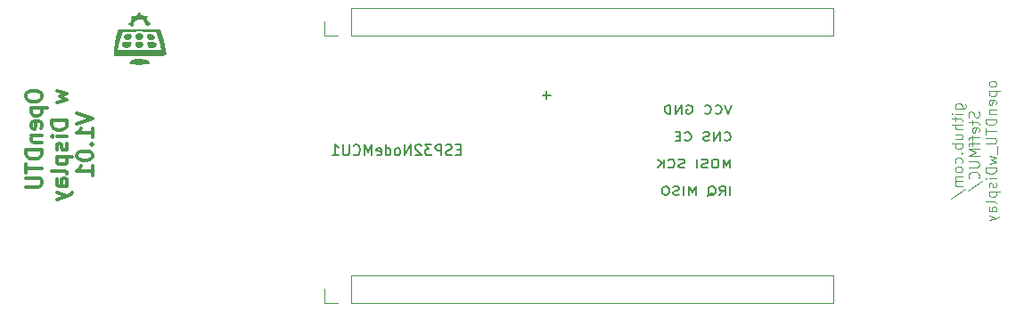
<source format=gbr>
%TF.GenerationSoftware,KiCad,Pcbnew,(6.0.1)*%
%TF.CreationDate,2023-03-10T13:51:45+01:00*%
%TF.ProjectId,openDTU_wDisplay,6f70656e-4454-4555-9f77-446973706c61,rev?*%
%TF.SameCoordinates,Original*%
%TF.FileFunction,Legend,Bot*%
%TF.FilePolarity,Positive*%
%FSLAX46Y46*%
G04 Gerber Fmt 4.6, Leading zero omitted, Abs format (unit mm)*
G04 Created by KiCad (PCBNEW (6.0.1)) date 2023-03-10 13:51:45*
%MOMM*%
%LPD*%
G01*
G04 APERTURE LIST*
%ADD10C,0.150000*%
%ADD11C,0.300000*%
%ADD12C,0.100000*%
%ADD13C,0.120000*%
G04 APERTURE END LIST*
D10*
X140335047Y-79573428D02*
X141096952Y-79573428D01*
X140716000Y-79954380D02*
X140716000Y-79192476D01*
D11*
X91251571Y-79506571D02*
X91251571Y-79792285D01*
X91323000Y-79935142D01*
X91465857Y-80078000D01*
X91751571Y-80149428D01*
X92251571Y-80149428D01*
X92537285Y-80078000D01*
X92680142Y-79935142D01*
X92751571Y-79792285D01*
X92751571Y-79506571D01*
X92680142Y-79363714D01*
X92537285Y-79220857D01*
X92251571Y-79149428D01*
X91751571Y-79149428D01*
X91465857Y-79220857D01*
X91323000Y-79363714D01*
X91251571Y-79506571D01*
X91751571Y-80792285D02*
X93251571Y-80792285D01*
X91823000Y-80792285D02*
X91751571Y-80935142D01*
X91751571Y-81220857D01*
X91823000Y-81363714D01*
X91894428Y-81435142D01*
X92037285Y-81506571D01*
X92465857Y-81506571D01*
X92608714Y-81435142D01*
X92680142Y-81363714D01*
X92751571Y-81220857D01*
X92751571Y-80935142D01*
X92680142Y-80792285D01*
X92680142Y-82720857D02*
X92751571Y-82578000D01*
X92751571Y-82292285D01*
X92680142Y-82149428D01*
X92537285Y-82078000D01*
X91965857Y-82078000D01*
X91823000Y-82149428D01*
X91751571Y-82292285D01*
X91751571Y-82578000D01*
X91823000Y-82720857D01*
X91965857Y-82792285D01*
X92108714Y-82792285D01*
X92251571Y-82078000D01*
X91751571Y-83435142D02*
X92751571Y-83435142D01*
X91894428Y-83435142D02*
X91823000Y-83506571D01*
X91751571Y-83649428D01*
X91751571Y-83863714D01*
X91823000Y-84006571D01*
X91965857Y-84078000D01*
X92751571Y-84078000D01*
X92751571Y-84792285D02*
X91251571Y-84792285D01*
X91251571Y-85149428D01*
X91323000Y-85363714D01*
X91465857Y-85506571D01*
X91608714Y-85578000D01*
X91894428Y-85649428D01*
X92108714Y-85649428D01*
X92394428Y-85578000D01*
X92537285Y-85506571D01*
X92680142Y-85363714D01*
X92751571Y-85149428D01*
X92751571Y-84792285D01*
X91251571Y-86078000D02*
X91251571Y-86935142D01*
X92751571Y-86506571D02*
X91251571Y-86506571D01*
X91251571Y-87435142D02*
X92465857Y-87435142D01*
X92608714Y-87506571D01*
X92680142Y-87578000D01*
X92751571Y-87720857D01*
X92751571Y-88006571D01*
X92680142Y-88149428D01*
X92608714Y-88220857D01*
X92465857Y-88292285D01*
X91251571Y-88292285D01*
X94166571Y-79149428D02*
X95166571Y-79435142D01*
X94452285Y-79720857D01*
X95166571Y-80006571D01*
X94166571Y-80292285D01*
X95166571Y-82006571D02*
X93666571Y-82006571D01*
X93666571Y-82363714D01*
X93738000Y-82578000D01*
X93880857Y-82720857D01*
X94023714Y-82792285D01*
X94309428Y-82863714D01*
X94523714Y-82863714D01*
X94809428Y-82792285D01*
X94952285Y-82720857D01*
X95095142Y-82578000D01*
X95166571Y-82363714D01*
X95166571Y-82006571D01*
X95166571Y-83506571D02*
X94166571Y-83506571D01*
X93666571Y-83506571D02*
X93738000Y-83435142D01*
X93809428Y-83506571D01*
X93738000Y-83578000D01*
X93666571Y-83506571D01*
X93809428Y-83506571D01*
X95095142Y-84149428D02*
X95166571Y-84292285D01*
X95166571Y-84578000D01*
X95095142Y-84720857D01*
X94952285Y-84792285D01*
X94880857Y-84792285D01*
X94738000Y-84720857D01*
X94666571Y-84578000D01*
X94666571Y-84363714D01*
X94595142Y-84220857D01*
X94452285Y-84149428D01*
X94380857Y-84149428D01*
X94238000Y-84220857D01*
X94166571Y-84363714D01*
X94166571Y-84578000D01*
X94238000Y-84720857D01*
X94166571Y-85435142D02*
X95666571Y-85435142D01*
X94238000Y-85435142D02*
X94166571Y-85578000D01*
X94166571Y-85863714D01*
X94238000Y-86006571D01*
X94309428Y-86078000D01*
X94452285Y-86149428D01*
X94880857Y-86149428D01*
X95023714Y-86078000D01*
X95095142Y-86006571D01*
X95166571Y-85863714D01*
X95166571Y-85578000D01*
X95095142Y-85435142D01*
X95166571Y-87006571D02*
X95095142Y-86863714D01*
X94952285Y-86792285D01*
X93666571Y-86792285D01*
X95166571Y-88220857D02*
X94380857Y-88220857D01*
X94238000Y-88149428D01*
X94166571Y-88006571D01*
X94166571Y-87720857D01*
X94238000Y-87578000D01*
X95095142Y-88220857D02*
X95166571Y-88078000D01*
X95166571Y-87720857D01*
X95095142Y-87578000D01*
X94952285Y-87506571D01*
X94809428Y-87506571D01*
X94666571Y-87578000D01*
X94595142Y-87720857D01*
X94595142Y-88078000D01*
X94523714Y-88220857D01*
X94166571Y-88792285D02*
X95166571Y-89149428D01*
X94166571Y-89506571D02*
X95166571Y-89149428D01*
X95523714Y-89006571D01*
X95595142Y-88935142D01*
X95666571Y-88792285D01*
X96081571Y-81328000D02*
X97581571Y-81828000D01*
X96081571Y-82328000D01*
X97581571Y-83613714D02*
X97581571Y-82756571D01*
X97581571Y-83185142D02*
X96081571Y-83185142D01*
X96295857Y-83042285D01*
X96438714Y-82899428D01*
X96510142Y-82756571D01*
X97438714Y-84256571D02*
X97510142Y-84328000D01*
X97581571Y-84256571D01*
X97510142Y-84185142D01*
X97438714Y-84256571D01*
X97581571Y-84256571D01*
X96081571Y-85256571D02*
X96081571Y-85399428D01*
X96153000Y-85542285D01*
X96224428Y-85613714D01*
X96367285Y-85685142D01*
X96653000Y-85756571D01*
X97010142Y-85756571D01*
X97295857Y-85685142D01*
X97438714Y-85613714D01*
X97510142Y-85542285D01*
X97581571Y-85399428D01*
X97581571Y-85256571D01*
X97510142Y-85113714D01*
X97438714Y-85042285D01*
X97295857Y-84970857D01*
X97010142Y-84899428D01*
X96653000Y-84899428D01*
X96367285Y-84970857D01*
X96224428Y-85042285D01*
X96153000Y-85113714D01*
X96081571Y-85256571D01*
X97581571Y-87185142D02*
X97581571Y-86328000D01*
X97581571Y-86756571D02*
X96081571Y-86756571D01*
X96295857Y-86613714D01*
X96438714Y-86470857D01*
X96510142Y-86328000D01*
D10*
X158303261Y-80533904D02*
X157969928Y-81333904D01*
X157636595Y-80533904D01*
X156731833Y-81257714D02*
X156779452Y-81295809D01*
X156922309Y-81333904D01*
X157017547Y-81333904D01*
X157160404Y-81295809D01*
X157255642Y-81219619D01*
X157303261Y-81143428D01*
X157350880Y-80991047D01*
X157350880Y-80876761D01*
X157303261Y-80724380D01*
X157255642Y-80648190D01*
X157160404Y-80572000D01*
X157017547Y-80533904D01*
X156922309Y-80533904D01*
X156779452Y-80572000D01*
X156731833Y-80610095D01*
X155731833Y-81257714D02*
X155779452Y-81295809D01*
X155922309Y-81333904D01*
X156017547Y-81333904D01*
X156160404Y-81295809D01*
X156255642Y-81219619D01*
X156303261Y-81143428D01*
X156350880Y-80991047D01*
X156350880Y-80876761D01*
X156303261Y-80724380D01*
X156255642Y-80648190D01*
X156160404Y-80572000D01*
X156017547Y-80533904D01*
X155922309Y-80533904D01*
X155779452Y-80572000D01*
X155731833Y-80610095D01*
X154017547Y-80572000D02*
X154112785Y-80533904D01*
X154255642Y-80533904D01*
X154398500Y-80572000D01*
X154493738Y-80648190D01*
X154541357Y-80724380D01*
X154588976Y-80876761D01*
X154588976Y-80991047D01*
X154541357Y-81143428D01*
X154493738Y-81219619D01*
X154398500Y-81295809D01*
X154255642Y-81333904D01*
X154160404Y-81333904D01*
X154017547Y-81295809D01*
X153969928Y-81257714D01*
X153969928Y-80991047D01*
X154160404Y-80991047D01*
X153541357Y-81333904D02*
X153541357Y-80533904D01*
X152969928Y-81333904D01*
X152969928Y-80533904D01*
X152493738Y-81333904D02*
X152493738Y-80533904D01*
X152255642Y-80533904D01*
X152112785Y-80572000D01*
X152017547Y-80648190D01*
X151969928Y-80724380D01*
X151922309Y-80876761D01*
X151922309Y-80991047D01*
X151969928Y-81143428D01*
X152017547Y-81219619D01*
X152112785Y-81295809D01*
X152255642Y-81333904D01*
X152493738Y-81333904D01*
X157588976Y-83833714D02*
X157636595Y-83871809D01*
X157779452Y-83909904D01*
X157874690Y-83909904D01*
X158017547Y-83871809D01*
X158112785Y-83795619D01*
X158160404Y-83719428D01*
X158208023Y-83567047D01*
X158208023Y-83452761D01*
X158160404Y-83300380D01*
X158112785Y-83224190D01*
X158017547Y-83148000D01*
X157874690Y-83109904D01*
X157779452Y-83109904D01*
X157636595Y-83148000D01*
X157588976Y-83186095D01*
X157160404Y-83909904D02*
X157160404Y-83109904D01*
X156588976Y-83909904D01*
X156588976Y-83109904D01*
X156160404Y-83871809D02*
X156017547Y-83909904D01*
X155779452Y-83909904D01*
X155684214Y-83871809D01*
X155636595Y-83833714D01*
X155588976Y-83757523D01*
X155588976Y-83681333D01*
X155636595Y-83605142D01*
X155684214Y-83567047D01*
X155779452Y-83528952D01*
X155969928Y-83490857D01*
X156065166Y-83452761D01*
X156112785Y-83414666D01*
X156160404Y-83338476D01*
X156160404Y-83262285D01*
X156112785Y-83186095D01*
X156065166Y-83148000D01*
X155969928Y-83109904D01*
X155731833Y-83109904D01*
X155588976Y-83148000D01*
X153827071Y-83833714D02*
X153874690Y-83871809D01*
X154017547Y-83909904D01*
X154112785Y-83909904D01*
X154255642Y-83871809D01*
X154350880Y-83795619D01*
X154398500Y-83719428D01*
X154446119Y-83567047D01*
X154446119Y-83452761D01*
X154398500Y-83300380D01*
X154350880Y-83224190D01*
X154255642Y-83148000D01*
X154112785Y-83109904D01*
X154017547Y-83109904D01*
X153874690Y-83148000D01*
X153827071Y-83186095D01*
X153398500Y-83490857D02*
X153065166Y-83490857D01*
X152922309Y-83909904D02*
X153398500Y-83909904D01*
X153398500Y-83109904D01*
X152922309Y-83109904D01*
X158160404Y-86485904D02*
X158160404Y-85685904D01*
X157827071Y-86257333D01*
X157493738Y-85685904D01*
X157493738Y-86485904D01*
X156827071Y-85685904D02*
X156636595Y-85685904D01*
X156541357Y-85724000D01*
X156446119Y-85800190D01*
X156398500Y-85952571D01*
X156398500Y-86219238D01*
X156446119Y-86371619D01*
X156541357Y-86447809D01*
X156636595Y-86485904D01*
X156827071Y-86485904D01*
X156922309Y-86447809D01*
X157017547Y-86371619D01*
X157065166Y-86219238D01*
X157065166Y-85952571D01*
X157017547Y-85800190D01*
X156922309Y-85724000D01*
X156827071Y-85685904D01*
X156017547Y-86447809D02*
X155874690Y-86485904D01*
X155636595Y-86485904D01*
X155541357Y-86447809D01*
X155493738Y-86409714D01*
X155446119Y-86333523D01*
X155446119Y-86257333D01*
X155493738Y-86181142D01*
X155541357Y-86143047D01*
X155636595Y-86104952D01*
X155827071Y-86066857D01*
X155922309Y-86028761D01*
X155969928Y-85990666D01*
X156017547Y-85914476D01*
X156017547Y-85838285D01*
X155969928Y-85762095D01*
X155922309Y-85724000D01*
X155827071Y-85685904D01*
X155588976Y-85685904D01*
X155446119Y-85724000D01*
X155017547Y-86485904D02*
X155017547Y-85685904D01*
X153827071Y-86447809D02*
X153684214Y-86485904D01*
X153446119Y-86485904D01*
X153350880Y-86447809D01*
X153303261Y-86409714D01*
X153255642Y-86333523D01*
X153255642Y-86257333D01*
X153303261Y-86181142D01*
X153350880Y-86143047D01*
X153446119Y-86104952D01*
X153636595Y-86066857D01*
X153731833Y-86028761D01*
X153779452Y-85990666D01*
X153827071Y-85914476D01*
X153827071Y-85838285D01*
X153779452Y-85762095D01*
X153731833Y-85724000D01*
X153636595Y-85685904D01*
X153398500Y-85685904D01*
X153255642Y-85724000D01*
X152255642Y-86409714D02*
X152303261Y-86447809D01*
X152446119Y-86485904D01*
X152541357Y-86485904D01*
X152684214Y-86447809D01*
X152779452Y-86371619D01*
X152827071Y-86295428D01*
X152874690Y-86143047D01*
X152874690Y-86028761D01*
X152827071Y-85876380D01*
X152779452Y-85800190D01*
X152684214Y-85724000D01*
X152541357Y-85685904D01*
X152446119Y-85685904D01*
X152303261Y-85724000D01*
X152255642Y-85762095D01*
X151827071Y-86485904D02*
X151827071Y-85685904D01*
X151255642Y-86485904D02*
X151684214Y-86028761D01*
X151255642Y-85685904D02*
X151827071Y-86143047D01*
X158160404Y-89061904D02*
X158160404Y-88261904D01*
X157112785Y-89061904D02*
X157446119Y-88680952D01*
X157684214Y-89061904D02*
X157684214Y-88261904D01*
X157303261Y-88261904D01*
X157208023Y-88300000D01*
X157160404Y-88338095D01*
X157112785Y-88414285D01*
X157112785Y-88528571D01*
X157160404Y-88604761D01*
X157208023Y-88642857D01*
X157303261Y-88680952D01*
X157684214Y-88680952D01*
X156017547Y-89138095D02*
X156112785Y-89100000D01*
X156208023Y-89023809D01*
X156350880Y-88909523D01*
X156446119Y-88871428D01*
X156541357Y-88871428D01*
X156493738Y-89061904D02*
X156588976Y-89023809D01*
X156684214Y-88947619D01*
X156731833Y-88795238D01*
X156731833Y-88528571D01*
X156684214Y-88376190D01*
X156588976Y-88300000D01*
X156493738Y-88261904D01*
X156303261Y-88261904D01*
X156208023Y-88300000D01*
X156112785Y-88376190D01*
X156065166Y-88528571D01*
X156065166Y-88795238D01*
X156112785Y-88947619D01*
X156208023Y-89023809D01*
X156303261Y-89061904D01*
X156493738Y-89061904D01*
X154874690Y-89061904D02*
X154874690Y-88261904D01*
X154541357Y-88833333D01*
X154208023Y-88261904D01*
X154208023Y-89061904D01*
X153731833Y-89061904D02*
X153731833Y-88261904D01*
X153303261Y-89023809D02*
X153160404Y-89061904D01*
X152922309Y-89061904D01*
X152827071Y-89023809D01*
X152779452Y-88985714D01*
X152731833Y-88909523D01*
X152731833Y-88833333D01*
X152779452Y-88757142D01*
X152827071Y-88719047D01*
X152922309Y-88680952D01*
X153112785Y-88642857D01*
X153208023Y-88604761D01*
X153255642Y-88566666D01*
X153303261Y-88490476D01*
X153303261Y-88414285D01*
X153255642Y-88338095D01*
X153208023Y-88300000D01*
X153112785Y-88261904D01*
X152874690Y-88261904D01*
X152731833Y-88300000D01*
X152112785Y-88261904D02*
X151922309Y-88261904D01*
X151827071Y-88300000D01*
X151731833Y-88376190D01*
X151684214Y-88528571D01*
X151684214Y-88795238D01*
X151731833Y-88947619D01*
X151827071Y-89023809D01*
X151922309Y-89061904D01*
X152112785Y-89061904D01*
X152208023Y-89023809D01*
X152303261Y-88947619D01*
X152350880Y-88795238D01*
X152350880Y-88528571D01*
X152303261Y-88376190D01*
X152208023Y-88300000D01*
X152112785Y-88261904D01*
D12*
X179531714Y-80859809D02*
X180341238Y-80859809D01*
X180436476Y-80812190D01*
X180484095Y-80764571D01*
X180531714Y-80669333D01*
X180531714Y-80526476D01*
X180484095Y-80431238D01*
X180150761Y-80859809D02*
X180198380Y-80764571D01*
X180198380Y-80574095D01*
X180150761Y-80478857D01*
X180103142Y-80431238D01*
X180007904Y-80383619D01*
X179722190Y-80383619D01*
X179626952Y-80431238D01*
X179579333Y-80478857D01*
X179531714Y-80574095D01*
X179531714Y-80764571D01*
X179579333Y-80859809D01*
X180198380Y-81336000D02*
X179531714Y-81336000D01*
X179198380Y-81336000D02*
X179246000Y-81288380D01*
X179293619Y-81336000D01*
X179246000Y-81383619D01*
X179198380Y-81336000D01*
X179293619Y-81336000D01*
X179531714Y-81669333D02*
X179531714Y-82050285D01*
X179198380Y-81812190D02*
X180055523Y-81812190D01*
X180150761Y-81859809D01*
X180198380Y-81955047D01*
X180198380Y-82050285D01*
X180198380Y-82383619D02*
X179198380Y-82383619D01*
X180198380Y-82812190D02*
X179674571Y-82812190D01*
X179579333Y-82764571D01*
X179531714Y-82669333D01*
X179531714Y-82526476D01*
X179579333Y-82431238D01*
X179626952Y-82383619D01*
X179531714Y-83716952D02*
X180198380Y-83716952D01*
X179531714Y-83288380D02*
X180055523Y-83288380D01*
X180150761Y-83336000D01*
X180198380Y-83431238D01*
X180198380Y-83574095D01*
X180150761Y-83669333D01*
X180103142Y-83716952D01*
X180198380Y-84193142D02*
X179198380Y-84193142D01*
X179579333Y-84193142D02*
X179531714Y-84288380D01*
X179531714Y-84478857D01*
X179579333Y-84574095D01*
X179626952Y-84621714D01*
X179722190Y-84669333D01*
X180007904Y-84669333D01*
X180103142Y-84621714D01*
X180150761Y-84574095D01*
X180198380Y-84478857D01*
X180198380Y-84288380D01*
X180150761Y-84193142D01*
X180103142Y-85097904D02*
X180150761Y-85145523D01*
X180198380Y-85097904D01*
X180150761Y-85050285D01*
X180103142Y-85097904D01*
X180198380Y-85097904D01*
X180150761Y-86002666D02*
X180198380Y-85907428D01*
X180198380Y-85716952D01*
X180150761Y-85621714D01*
X180103142Y-85574095D01*
X180007904Y-85526476D01*
X179722190Y-85526476D01*
X179626952Y-85574095D01*
X179579333Y-85621714D01*
X179531714Y-85716952D01*
X179531714Y-85907428D01*
X179579333Y-86002666D01*
X180198380Y-86574095D02*
X180150761Y-86478857D01*
X180103142Y-86431238D01*
X180007904Y-86383619D01*
X179722190Y-86383619D01*
X179626952Y-86431238D01*
X179579333Y-86478857D01*
X179531714Y-86574095D01*
X179531714Y-86716952D01*
X179579333Y-86812190D01*
X179626952Y-86859809D01*
X179722190Y-86907428D01*
X180007904Y-86907428D01*
X180103142Y-86859809D01*
X180150761Y-86812190D01*
X180198380Y-86716952D01*
X180198380Y-86574095D01*
X180198380Y-87336000D02*
X179531714Y-87336000D01*
X179626952Y-87336000D02*
X179579333Y-87383619D01*
X179531714Y-87478857D01*
X179531714Y-87621714D01*
X179579333Y-87716952D01*
X179674571Y-87764571D01*
X180198380Y-87764571D01*
X179674571Y-87764571D02*
X179579333Y-87812190D01*
X179531714Y-87907428D01*
X179531714Y-88050285D01*
X179579333Y-88145523D01*
X179674571Y-88193142D01*
X180198380Y-88193142D01*
X179150761Y-89383619D02*
X180436476Y-88526476D01*
X181760761Y-81145523D02*
X181808380Y-81288380D01*
X181808380Y-81526476D01*
X181760761Y-81621714D01*
X181713142Y-81669333D01*
X181617904Y-81716952D01*
X181522666Y-81716952D01*
X181427428Y-81669333D01*
X181379809Y-81621714D01*
X181332190Y-81526476D01*
X181284571Y-81336000D01*
X181236952Y-81240761D01*
X181189333Y-81193142D01*
X181094095Y-81145523D01*
X180998857Y-81145523D01*
X180903619Y-81193142D01*
X180856000Y-81240761D01*
X180808380Y-81336000D01*
X180808380Y-81574095D01*
X180856000Y-81716952D01*
X181141714Y-82002666D02*
X181141714Y-82383619D01*
X180808380Y-82145523D02*
X181665523Y-82145523D01*
X181760761Y-82193142D01*
X181808380Y-82288380D01*
X181808380Y-82383619D01*
X181760761Y-83097904D02*
X181808380Y-83002666D01*
X181808380Y-82812190D01*
X181760761Y-82716952D01*
X181665523Y-82669333D01*
X181284571Y-82669333D01*
X181189333Y-82716952D01*
X181141714Y-82812190D01*
X181141714Y-83002666D01*
X181189333Y-83097904D01*
X181284571Y-83145523D01*
X181379809Y-83145523D01*
X181475047Y-82669333D01*
X181141714Y-83431238D02*
X181141714Y-83812190D01*
X181808380Y-83574095D02*
X180951238Y-83574095D01*
X180856000Y-83621714D01*
X180808380Y-83716952D01*
X180808380Y-83812190D01*
X181141714Y-84002666D02*
X181141714Y-84383619D01*
X181808380Y-84145523D02*
X180951238Y-84145523D01*
X180856000Y-84193142D01*
X180808380Y-84288380D01*
X180808380Y-84383619D01*
X181808380Y-84716952D02*
X180808380Y-84716952D01*
X181522666Y-85050285D01*
X180808380Y-85383619D01*
X181808380Y-85383619D01*
X180808380Y-85859809D02*
X181617904Y-85859809D01*
X181713142Y-85907428D01*
X181760761Y-85955047D01*
X181808380Y-86050285D01*
X181808380Y-86240761D01*
X181760761Y-86336000D01*
X181713142Y-86383619D01*
X181617904Y-86431238D01*
X180808380Y-86431238D01*
X181713142Y-87478857D02*
X181760761Y-87431238D01*
X181808380Y-87288380D01*
X181808380Y-87193142D01*
X181760761Y-87050285D01*
X181665523Y-86955047D01*
X181570285Y-86907428D01*
X181379809Y-86859809D01*
X181236952Y-86859809D01*
X181046476Y-86907428D01*
X180951238Y-86955047D01*
X180856000Y-87050285D01*
X180808380Y-87193142D01*
X180808380Y-87288380D01*
X180856000Y-87431238D01*
X180903619Y-87478857D01*
X180760761Y-88621714D02*
X182046476Y-87764571D01*
X183418380Y-78431238D02*
X183370761Y-78336000D01*
X183323142Y-78288380D01*
X183227904Y-78240761D01*
X182942190Y-78240761D01*
X182846952Y-78288380D01*
X182799333Y-78336000D01*
X182751714Y-78431238D01*
X182751714Y-78574095D01*
X182799333Y-78669333D01*
X182846952Y-78716952D01*
X182942190Y-78764571D01*
X183227904Y-78764571D01*
X183323142Y-78716952D01*
X183370761Y-78669333D01*
X183418380Y-78574095D01*
X183418380Y-78431238D01*
X182751714Y-79193142D02*
X183751714Y-79193142D01*
X182799333Y-79193142D02*
X182751714Y-79288380D01*
X182751714Y-79478857D01*
X182799333Y-79574095D01*
X182846952Y-79621714D01*
X182942190Y-79669333D01*
X183227904Y-79669333D01*
X183323142Y-79621714D01*
X183370761Y-79574095D01*
X183418380Y-79478857D01*
X183418380Y-79288380D01*
X183370761Y-79193142D01*
X183370761Y-80478857D02*
X183418380Y-80383619D01*
X183418380Y-80193142D01*
X183370761Y-80097904D01*
X183275523Y-80050285D01*
X182894571Y-80050285D01*
X182799333Y-80097904D01*
X182751714Y-80193142D01*
X182751714Y-80383619D01*
X182799333Y-80478857D01*
X182894571Y-80526476D01*
X182989809Y-80526476D01*
X183085047Y-80050285D01*
X182751714Y-80955047D02*
X183418380Y-80955047D01*
X182846952Y-80955047D02*
X182799333Y-81002666D01*
X182751714Y-81097904D01*
X182751714Y-81240761D01*
X182799333Y-81336000D01*
X182894571Y-81383619D01*
X183418380Y-81383619D01*
X183418380Y-81859809D02*
X182418380Y-81859809D01*
X182418380Y-82097904D01*
X182466000Y-82240761D01*
X182561238Y-82336000D01*
X182656476Y-82383619D01*
X182846952Y-82431238D01*
X182989809Y-82431238D01*
X183180285Y-82383619D01*
X183275523Y-82336000D01*
X183370761Y-82240761D01*
X183418380Y-82097904D01*
X183418380Y-81859809D01*
X182418380Y-82716952D02*
X182418380Y-83288380D01*
X183418380Y-83002666D02*
X182418380Y-83002666D01*
X182418380Y-83621714D02*
X183227904Y-83621714D01*
X183323142Y-83669333D01*
X183370761Y-83716952D01*
X183418380Y-83812190D01*
X183418380Y-84002666D01*
X183370761Y-84097904D01*
X183323142Y-84145523D01*
X183227904Y-84193142D01*
X182418380Y-84193142D01*
X183513619Y-84431238D02*
X183513619Y-85193142D01*
X182751714Y-85336000D02*
X183418380Y-85526476D01*
X182942190Y-85716952D01*
X183418380Y-85907428D01*
X182751714Y-86097904D01*
X183418380Y-86478857D02*
X182418380Y-86478857D01*
X182418380Y-86716952D01*
X182466000Y-86859809D01*
X182561238Y-86955047D01*
X182656476Y-87002666D01*
X182846952Y-87050285D01*
X182989809Y-87050285D01*
X183180285Y-87002666D01*
X183275523Y-86955047D01*
X183370761Y-86859809D01*
X183418380Y-86716952D01*
X183418380Y-86478857D01*
X183418380Y-87478857D02*
X182751714Y-87478857D01*
X182418380Y-87478857D02*
X182466000Y-87431238D01*
X182513619Y-87478857D01*
X182466000Y-87526476D01*
X182418380Y-87478857D01*
X182513619Y-87478857D01*
X183370761Y-87907428D02*
X183418380Y-88002666D01*
X183418380Y-88193142D01*
X183370761Y-88288380D01*
X183275523Y-88336000D01*
X183227904Y-88336000D01*
X183132666Y-88288380D01*
X183085047Y-88193142D01*
X183085047Y-88050285D01*
X183037428Y-87955047D01*
X182942190Y-87907428D01*
X182894571Y-87907428D01*
X182799333Y-87955047D01*
X182751714Y-88050285D01*
X182751714Y-88193142D01*
X182799333Y-88288380D01*
X182751714Y-88764571D02*
X183751714Y-88764571D01*
X182799333Y-88764571D02*
X182751714Y-88859809D01*
X182751714Y-89050285D01*
X182799333Y-89145523D01*
X182846952Y-89193142D01*
X182942190Y-89240761D01*
X183227904Y-89240761D01*
X183323142Y-89193142D01*
X183370761Y-89145523D01*
X183418380Y-89050285D01*
X183418380Y-88859809D01*
X183370761Y-88764571D01*
X183418380Y-89812190D02*
X183370761Y-89716952D01*
X183275523Y-89669333D01*
X182418380Y-89669333D01*
X183418380Y-90621714D02*
X182894571Y-90621714D01*
X182799333Y-90574095D01*
X182751714Y-90478857D01*
X182751714Y-90288380D01*
X182799333Y-90193142D01*
X183370761Y-90621714D02*
X183418380Y-90526476D01*
X183418380Y-90288380D01*
X183370761Y-90193142D01*
X183275523Y-90145523D01*
X183180285Y-90145523D01*
X183085047Y-90193142D01*
X183037428Y-90288380D01*
X183037428Y-90526476D01*
X182989809Y-90621714D01*
X182751714Y-91002666D02*
X183418380Y-91240761D01*
X182751714Y-91478857D02*
X183418380Y-91240761D01*
X183656476Y-91145523D01*
X183704095Y-91097904D01*
X183751714Y-91002666D01*
D10*
%TO.C,ESP32NodeMCU1*%
X132563428Y-84764571D02*
X132230095Y-84764571D01*
X132087238Y-85288380D02*
X132563428Y-85288380D01*
X132563428Y-84288380D01*
X132087238Y-84288380D01*
X131706285Y-85240761D02*
X131563428Y-85288380D01*
X131325333Y-85288380D01*
X131230095Y-85240761D01*
X131182476Y-85193142D01*
X131134857Y-85097904D01*
X131134857Y-85002666D01*
X131182476Y-84907428D01*
X131230095Y-84859809D01*
X131325333Y-84812190D01*
X131515809Y-84764571D01*
X131611047Y-84716952D01*
X131658666Y-84669333D01*
X131706285Y-84574095D01*
X131706285Y-84478857D01*
X131658666Y-84383619D01*
X131611047Y-84336000D01*
X131515809Y-84288380D01*
X131277714Y-84288380D01*
X131134857Y-84336000D01*
X130706285Y-85288380D02*
X130706285Y-84288380D01*
X130325333Y-84288380D01*
X130230095Y-84336000D01*
X130182476Y-84383619D01*
X130134857Y-84478857D01*
X130134857Y-84621714D01*
X130182476Y-84716952D01*
X130230095Y-84764571D01*
X130325333Y-84812190D01*
X130706285Y-84812190D01*
X129801523Y-84288380D02*
X129182476Y-84288380D01*
X129515809Y-84669333D01*
X129372952Y-84669333D01*
X129277714Y-84716952D01*
X129230095Y-84764571D01*
X129182476Y-84859809D01*
X129182476Y-85097904D01*
X129230095Y-85193142D01*
X129277714Y-85240761D01*
X129372952Y-85288380D01*
X129658666Y-85288380D01*
X129753904Y-85240761D01*
X129801523Y-85193142D01*
X128801523Y-84383619D02*
X128753904Y-84336000D01*
X128658666Y-84288380D01*
X128420571Y-84288380D01*
X128325333Y-84336000D01*
X128277714Y-84383619D01*
X128230095Y-84478857D01*
X128230095Y-84574095D01*
X128277714Y-84716952D01*
X128849142Y-85288380D01*
X128230095Y-85288380D01*
X127801523Y-85288380D02*
X127801523Y-84288380D01*
X127230095Y-85288380D01*
X127230095Y-84288380D01*
X126611047Y-85288380D02*
X126706285Y-85240761D01*
X126753904Y-85193142D01*
X126801523Y-85097904D01*
X126801523Y-84812190D01*
X126753904Y-84716952D01*
X126706285Y-84669333D01*
X126611047Y-84621714D01*
X126468190Y-84621714D01*
X126372952Y-84669333D01*
X126325333Y-84716952D01*
X126277714Y-84812190D01*
X126277714Y-85097904D01*
X126325333Y-85193142D01*
X126372952Y-85240761D01*
X126468190Y-85288380D01*
X126611047Y-85288380D01*
X125420571Y-85288380D02*
X125420571Y-84288380D01*
X125420571Y-85240761D02*
X125515809Y-85288380D01*
X125706285Y-85288380D01*
X125801523Y-85240761D01*
X125849142Y-85193142D01*
X125896761Y-85097904D01*
X125896761Y-84812190D01*
X125849142Y-84716952D01*
X125801523Y-84669333D01*
X125706285Y-84621714D01*
X125515809Y-84621714D01*
X125420571Y-84669333D01*
X124563428Y-85240761D02*
X124658666Y-85288380D01*
X124849142Y-85288380D01*
X124944380Y-85240761D01*
X124992000Y-85145523D01*
X124992000Y-84764571D01*
X124944380Y-84669333D01*
X124849142Y-84621714D01*
X124658666Y-84621714D01*
X124563428Y-84669333D01*
X124515809Y-84764571D01*
X124515809Y-84859809D01*
X124992000Y-84955047D01*
X124087238Y-85288380D02*
X124087238Y-84288380D01*
X123753904Y-85002666D01*
X123420571Y-84288380D01*
X123420571Y-85288380D01*
X122372952Y-85193142D02*
X122420571Y-85240761D01*
X122563428Y-85288380D01*
X122658666Y-85288380D01*
X122801523Y-85240761D01*
X122896761Y-85145523D01*
X122944380Y-85050285D01*
X122992000Y-84859809D01*
X122992000Y-84716952D01*
X122944380Y-84526476D01*
X122896761Y-84431238D01*
X122801523Y-84336000D01*
X122658666Y-84288380D01*
X122563428Y-84288380D01*
X122420571Y-84336000D01*
X122372952Y-84383619D01*
X121944380Y-84288380D02*
X121944380Y-85097904D01*
X121896761Y-85193142D01*
X121849142Y-85240761D01*
X121753904Y-85288380D01*
X121563428Y-85288380D01*
X121468190Y-85240761D01*
X121420571Y-85193142D01*
X121372952Y-85097904D01*
X121372952Y-84288380D01*
X120372952Y-85288380D02*
X120944380Y-85288380D01*
X120658666Y-85288380D02*
X120658666Y-84288380D01*
X120753904Y-84431238D01*
X120849142Y-84526476D01*
X120944380Y-84574095D01*
D13*
X122184000Y-71261500D02*
X167964000Y-71261500D01*
X119584000Y-73921500D02*
X120914000Y-73921500D01*
X122184000Y-71261500D02*
X122184000Y-73921500D01*
X122184000Y-96661500D02*
X122184000Y-99321500D01*
X122184000Y-99321500D02*
X167964000Y-99321500D01*
X167964000Y-96661500D02*
X167964000Y-99321500D01*
X122184000Y-96661500D02*
X167964000Y-96661500D01*
X119584000Y-99321500D02*
X120914000Y-99321500D01*
X167964000Y-71261500D02*
X167964000Y-73921500D01*
X119584000Y-97991500D02*
X119584000Y-99321500D01*
X119584000Y-72591500D02*
X119584000Y-73921500D01*
X122184000Y-73921500D02*
X167964000Y-73921500D01*
%TO.C,G\u002A\u002A\u002A*%
G36*
X104611133Y-75618309D02*
G01*
X104610234Y-75651124D01*
X104570004Y-75745220D01*
X104438263Y-75811291D01*
X104170601Y-75854206D01*
X103722610Y-75878832D01*
X103049879Y-75890038D01*
X102108000Y-75892692D01*
X99599358Y-75892692D01*
X99602382Y-75383124D01*
X99608689Y-75265531D01*
X99927937Y-75265531D01*
X104131272Y-75265531D01*
X103905284Y-74520778D01*
X103829053Y-74262978D01*
X103720837Y-73865939D01*
X103677598Y-73658433D01*
X103549958Y-73610376D01*
X103183643Y-73573311D01*
X102657018Y-73550890D01*
X102049008Y-73543111D01*
X101438538Y-73549977D01*
X100904532Y-73571485D01*
X100525915Y-73607637D01*
X100381611Y-73658433D01*
X100367765Y-73741792D01*
X100285422Y-74066487D01*
X100153925Y-74520778D01*
X99927937Y-75265531D01*
X99608689Y-75265531D01*
X99612276Y-75198653D01*
X99686402Y-74660748D01*
X99808615Y-74089605D01*
X100011824Y-73305655D01*
X104035835Y-73305655D01*
X104320730Y-74324791D01*
X104459118Y-74851771D01*
X104552629Y-75265531D01*
X104567553Y-75331563D01*
X104611133Y-75618309D01*
G37*
G36*
X103338379Y-74486179D02*
G01*
X103605070Y-74568740D01*
X103675901Y-74795161D01*
X103591298Y-75035247D01*
X103283925Y-75108741D01*
X103026528Y-75092520D01*
X102891950Y-75043170D01*
X102879796Y-74979530D01*
X102796780Y-74729589D01*
X102773867Y-74645691D01*
X102856375Y-74516449D01*
X103188756Y-74481581D01*
X103338379Y-74486179D01*
G37*
G36*
X102130180Y-71862218D02*
G01*
X102267859Y-72018226D01*
X102589020Y-72047954D01*
X102609915Y-72041463D01*
X102809519Y-72029265D01*
X102788346Y-72217280D01*
X102768343Y-72393944D01*
X102964934Y-72637827D01*
X102989839Y-72651979D01*
X103147742Y-72794634D01*
X103028354Y-72929597D01*
X102838580Y-73032385D01*
X102641909Y-73013109D01*
X102550077Y-72717692D01*
X102533376Y-72630235D01*
X102384355Y-72420547D01*
X102029604Y-72364914D01*
X101912539Y-72368125D01*
X101620254Y-72457555D01*
X101509132Y-72717692D01*
X101466402Y-72918814D01*
X101323722Y-73056213D01*
X101036520Y-72933098D01*
X100922953Y-72808351D01*
X101093506Y-72698409D01*
X101243922Y-72589173D01*
X101276436Y-72278172D01*
X101267925Y-72244225D01*
X101272080Y-72038484D01*
X101475265Y-72049565D01*
X101659447Y-72062995D01*
X101864791Y-71860019D01*
X101910347Y-71747269D01*
X101997667Y-71665991D01*
X102130180Y-71862218D01*
G37*
G36*
X102569327Y-76177264D02*
G01*
X102912800Y-76307411D01*
X103048740Y-76515972D01*
X102935689Y-76592981D01*
X102570275Y-76654004D01*
X102016539Y-76676642D01*
X101952460Y-76676511D01*
X101394151Y-76655370D01*
X101105686Y-76592687D01*
X101048508Y-76480655D01*
X101050478Y-76474897D01*
X101258895Y-76274347D01*
X101645855Y-76159028D01*
X102114838Y-76127235D01*
X102569327Y-76177264D01*
G37*
G36*
X100897672Y-74481614D02*
G01*
X101220747Y-74500445D01*
X101307559Y-74602980D01*
X101228879Y-74860733D01*
X101064429Y-75048853D01*
X100773866Y-75116143D01*
X100502907Y-75028173D01*
X100383308Y-74795161D01*
X100388161Y-74714214D01*
X100509382Y-74530859D01*
X100853679Y-74481581D01*
X100897672Y-74481614D01*
G37*
G36*
X101248800Y-73756675D02*
G01*
X101324049Y-74000305D01*
X101323896Y-74016516D01*
X101231811Y-74257436D01*
X100920577Y-74324791D01*
X100663686Y-74260545D01*
X100557446Y-74071599D01*
X100663533Y-73858759D01*
X100972873Y-73725923D01*
X100974433Y-73725701D01*
X101248800Y-73756675D01*
G37*
G36*
X102329712Y-74549263D02*
G01*
X102421580Y-74795161D01*
X102336977Y-75035247D01*
X102029604Y-75108741D01*
X101729497Y-75041059D01*
X101637629Y-74795161D01*
X101722232Y-74555075D01*
X102029604Y-74481581D01*
X102329712Y-74549263D01*
G37*
G36*
X103310873Y-73813418D02*
G01*
X103489808Y-74050408D01*
X103492683Y-74066707D01*
X103436568Y-74267472D01*
X103138632Y-74324791D01*
X103118475Y-74324668D01*
X102818910Y-74250610D01*
X102735160Y-74000305D01*
X102735161Y-73998864D01*
X102811046Y-73756176D01*
X103086336Y-73725923D01*
X103310873Y-73813418D01*
G37*
G36*
X102329712Y-73765312D02*
G01*
X102421580Y-74011210D01*
X102336977Y-74251296D01*
X102029604Y-74324791D01*
X101729497Y-74257108D01*
X101637629Y-74011210D01*
X101722232Y-73771124D01*
X102029604Y-73697630D01*
X102329712Y-73765312D01*
G37*
%TD*%
M02*

</source>
